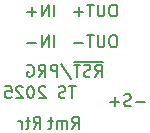
<source format=gbr>
%TF.GenerationSoftware,KiCad,Pcbnew,8.0.6*%
%TF.CreationDate,2025-02-02T00:30:53+01:00*%
%TF.ProjectId,universal_fan_ctrl,756e6976-6572-4736-916c-5f66616e5f63,rev?*%
%TF.SameCoordinates,Original*%
%TF.FileFunction,Legend,Bot*%
%TF.FilePolarity,Positive*%
%FSLAX46Y46*%
G04 Gerber Fmt 4.6, Leading zero omitted, Abs format (unit mm)*
G04 Created by KiCad (PCBNEW 8.0.6) date 2025-02-02 00:30:53*
%MOMM*%
%LPD*%
G01*
G04 APERTURE LIST*
%ADD10C,0.200000*%
%ADD11R,1.700000X1.700000*%
%ADD12O,1.700000X1.700000*%
%ADD13R,1.050000X1.500000*%
%ADD14O,1.050000X1.500000*%
G04 APERTURE END LIST*
D10*
X146642857Y-76352219D02*
X146976190Y-75876028D01*
X147214285Y-76352219D02*
X147214285Y-75352219D01*
X147214285Y-75352219D02*
X146833333Y-75352219D01*
X146833333Y-75352219D02*
X146738095Y-75399838D01*
X146738095Y-75399838D02*
X146690476Y-75447457D01*
X146690476Y-75447457D02*
X146642857Y-75542695D01*
X146642857Y-75542695D02*
X146642857Y-75685552D01*
X146642857Y-75685552D02*
X146690476Y-75780790D01*
X146690476Y-75780790D02*
X146738095Y-75828409D01*
X146738095Y-75828409D02*
X146833333Y-75876028D01*
X146833333Y-75876028D02*
X147214285Y-75876028D01*
X146214285Y-76352219D02*
X146214285Y-75685552D01*
X146214285Y-75780790D02*
X146166666Y-75733171D01*
X146166666Y-75733171D02*
X146071428Y-75685552D01*
X146071428Y-75685552D02*
X145928571Y-75685552D01*
X145928571Y-75685552D02*
X145833333Y-75733171D01*
X145833333Y-75733171D02*
X145785714Y-75828409D01*
X145785714Y-75828409D02*
X145785714Y-76352219D01*
X145785714Y-75828409D02*
X145738095Y-75733171D01*
X145738095Y-75733171D02*
X145642857Y-75685552D01*
X145642857Y-75685552D02*
X145500000Y-75685552D01*
X145500000Y-75685552D02*
X145404761Y-75733171D01*
X145404761Y-75733171D02*
X145357142Y-75828409D01*
X145357142Y-75828409D02*
X145357142Y-76352219D01*
X145023809Y-75685552D02*
X144642857Y-75685552D01*
X144880952Y-75352219D02*
X144880952Y-76209361D01*
X144880952Y-76209361D02*
X144833333Y-76304600D01*
X144833333Y-76304600D02*
X144738095Y-76352219D01*
X144738095Y-76352219D02*
X144642857Y-76352219D01*
X143385714Y-76352219D02*
X143719047Y-75876028D01*
X143957142Y-76352219D02*
X143957142Y-75352219D01*
X143957142Y-75352219D02*
X143576190Y-75352219D01*
X143576190Y-75352219D02*
X143480952Y-75399838D01*
X143480952Y-75399838D02*
X143433333Y-75447457D01*
X143433333Y-75447457D02*
X143385714Y-75542695D01*
X143385714Y-75542695D02*
X143385714Y-75685552D01*
X143385714Y-75685552D02*
X143433333Y-75780790D01*
X143433333Y-75780790D02*
X143480952Y-75828409D01*
X143480952Y-75828409D02*
X143576190Y-75876028D01*
X143576190Y-75876028D02*
X143957142Y-75876028D01*
X143099999Y-75685552D02*
X142719047Y-75685552D01*
X142957142Y-75352219D02*
X142957142Y-76209361D01*
X142957142Y-76209361D02*
X142909523Y-76304600D01*
X142909523Y-76304600D02*
X142814285Y-76352219D01*
X142814285Y-76352219D02*
X142719047Y-76352219D01*
X142385713Y-76352219D02*
X142385713Y-75685552D01*
X142385713Y-75876028D02*
X142338094Y-75780790D01*
X142338094Y-75780790D02*
X142290475Y-75733171D01*
X142290475Y-75733171D02*
X142195237Y-75685552D01*
X142195237Y-75685552D02*
X142099999Y-75685552D01*
X150239850Y-65852219D02*
X150049374Y-65852219D01*
X150049374Y-65852219D02*
X149954136Y-65899838D01*
X149954136Y-65899838D02*
X149858898Y-65995076D01*
X149858898Y-65995076D02*
X149811279Y-66185552D01*
X149811279Y-66185552D02*
X149811279Y-66518885D01*
X149811279Y-66518885D02*
X149858898Y-66709361D01*
X149858898Y-66709361D02*
X149954136Y-66804600D01*
X149954136Y-66804600D02*
X150049374Y-66852219D01*
X150049374Y-66852219D02*
X150239850Y-66852219D01*
X150239850Y-66852219D02*
X150335088Y-66804600D01*
X150335088Y-66804600D02*
X150430326Y-66709361D01*
X150430326Y-66709361D02*
X150477945Y-66518885D01*
X150477945Y-66518885D02*
X150477945Y-66185552D01*
X150477945Y-66185552D02*
X150430326Y-65995076D01*
X150430326Y-65995076D02*
X150335088Y-65899838D01*
X150335088Y-65899838D02*
X150239850Y-65852219D01*
X149382707Y-65852219D02*
X149382707Y-66661742D01*
X149382707Y-66661742D02*
X149335088Y-66756980D01*
X149335088Y-66756980D02*
X149287469Y-66804600D01*
X149287469Y-66804600D02*
X149192231Y-66852219D01*
X149192231Y-66852219D02*
X149001755Y-66852219D01*
X149001755Y-66852219D02*
X148906517Y-66804600D01*
X148906517Y-66804600D02*
X148858898Y-66756980D01*
X148858898Y-66756980D02*
X148811279Y-66661742D01*
X148811279Y-66661742D02*
X148811279Y-65852219D01*
X148477945Y-65852219D02*
X147906517Y-65852219D01*
X148192231Y-66852219D02*
X148192231Y-65852219D01*
X147573183Y-66471266D02*
X146811279Y-66471266D01*
X147192231Y-66852219D02*
X147192231Y-66090314D01*
X152830326Y-74071266D02*
X152068422Y-74071266D01*
X151639850Y-74404600D02*
X151496993Y-74452219D01*
X151496993Y-74452219D02*
X151258898Y-74452219D01*
X151258898Y-74452219D02*
X151163660Y-74404600D01*
X151163660Y-74404600D02*
X151116041Y-74356980D01*
X151116041Y-74356980D02*
X151068422Y-74261742D01*
X151068422Y-74261742D02*
X151068422Y-74166504D01*
X151068422Y-74166504D02*
X151116041Y-74071266D01*
X151116041Y-74071266D02*
X151163660Y-74023647D01*
X151163660Y-74023647D02*
X151258898Y-73976028D01*
X151258898Y-73976028D02*
X151449374Y-73928409D01*
X151449374Y-73928409D02*
X151544612Y-73880790D01*
X151544612Y-73880790D02*
X151592231Y-73833171D01*
X151592231Y-73833171D02*
X151639850Y-73737933D01*
X151639850Y-73737933D02*
X151639850Y-73642695D01*
X151639850Y-73642695D02*
X151592231Y-73547457D01*
X151592231Y-73547457D02*
X151544612Y-73499838D01*
X151544612Y-73499838D02*
X151449374Y-73452219D01*
X151449374Y-73452219D02*
X151211279Y-73452219D01*
X151211279Y-73452219D02*
X151068422Y-73499838D01*
X150639850Y-74071266D02*
X149877946Y-74071266D01*
X150258898Y-74452219D02*
X150258898Y-73690314D01*
X150239850Y-68452219D02*
X150049374Y-68452219D01*
X150049374Y-68452219D02*
X149954136Y-68499838D01*
X149954136Y-68499838D02*
X149858898Y-68595076D01*
X149858898Y-68595076D02*
X149811279Y-68785552D01*
X149811279Y-68785552D02*
X149811279Y-69118885D01*
X149811279Y-69118885D02*
X149858898Y-69309361D01*
X149858898Y-69309361D02*
X149954136Y-69404600D01*
X149954136Y-69404600D02*
X150049374Y-69452219D01*
X150049374Y-69452219D02*
X150239850Y-69452219D01*
X150239850Y-69452219D02*
X150335088Y-69404600D01*
X150335088Y-69404600D02*
X150430326Y-69309361D01*
X150430326Y-69309361D02*
X150477945Y-69118885D01*
X150477945Y-69118885D02*
X150477945Y-68785552D01*
X150477945Y-68785552D02*
X150430326Y-68595076D01*
X150430326Y-68595076D02*
X150335088Y-68499838D01*
X150335088Y-68499838D02*
X150239850Y-68452219D01*
X149382707Y-68452219D02*
X149382707Y-69261742D01*
X149382707Y-69261742D02*
X149335088Y-69356980D01*
X149335088Y-69356980D02*
X149287469Y-69404600D01*
X149287469Y-69404600D02*
X149192231Y-69452219D01*
X149192231Y-69452219D02*
X149001755Y-69452219D01*
X149001755Y-69452219D02*
X148906517Y-69404600D01*
X148906517Y-69404600D02*
X148858898Y-69356980D01*
X148858898Y-69356980D02*
X148811279Y-69261742D01*
X148811279Y-69261742D02*
X148811279Y-68452219D01*
X148477945Y-68452219D02*
X147906517Y-68452219D01*
X148192231Y-69452219D02*
X148192231Y-68452219D01*
X147573183Y-69071266D02*
X146811279Y-69071266D01*
X145155386Y-69452219D02*
X145155386Y-68452219D01*
X144679196Y-69452219D02*
X144679196Y-68452219D01*
X144679196Y-68452219D02*
X144107768Y-69452219D01*
X144107768Y-69452219D02*
X144107768Y-68452219D01*
X143631577Y-69071266D02*
X142869673Y-69071266D01*
X145155386Y-66852219D02*
X145155386Y-65852219D01*
X144679196Y-66852219D02*
X144679196Y-65852219D01*
X144679196Y-65852219D02*
X144107768Y-66852219D01*
X144107768Y-66852219D02*
X144107768Y-65852219D01*
X143631577Y-66471266D02*
X142869673Y-66471266D01*
X143250625Y-66852219D02*
X143250625Y-66090314D01*
X146947618Y-72752219D02*
X146376190Y-72752219D01*
X146661904Y-73752219D02*
X146661904Y-72752219D01*
X146090475Y-73704600D02*
X145947618Y-73752219D01*
X145947618Y-73752219D02*
X145709523Y-73752219D01*
X145709523Y-73752219D02*
X145614285Y-73704600D01*
X145614285Y-73704600D02*
X145566666Y-73656980D01*
X145566666Y-73656980D02*
X145519047Y-73561742D01*
X145519047Y-73561742D02*
X145519047Y-73466504D01*
X145519047Y-73466504D02*
X145566666Y-73371266D01*
X145566666Y-73371266D02*
X145614285Y-73323647D01*
X145614285Y-73323647D02*
X145709523Y-73276028D01*
X145709523Y-73276028D02*
X145899999Y-73228409D01*
X145899999Y-73228409D02*
X145995237Y-73180790D01*
X145995237Y-73180790D02*
X146042856Y-73133171D01*
X146042856Y-73133171D02*
X146090475Y-73037933D01*
X146090475Y-73037933D02*
X146090475Y-72942695D01*
X146090475Y-72942695D02*
X146042856Y-72847457D01*
X146042856Y-72847457D02*
X145995237Y-72799838D01*
X145995237Y-72799838D02*
X145899999Y-72752219D01*
X145899999Y-72752219D02*
X145661904Y-72752219D01*
X145661904Y-72752219D02*
X145519047Y-72799838D01*
X144376189Y-72847457D02*
X144328570Y-72799838D01*
X144328570Y-72799838D02*
X144233332Y-72752219D01*
X144233332Y-72752219D02*
X143995237Y-72752219D01*
X143995237Y-72752219D02*
X143899999Y-72799838D01*
X143899999Y-72799838D02*
X143852380Y-72847457D01*
X143852380Y-72847457D02*
X143804761Y-72942695D01*
X143804761Y-72942695D02*
X143804761Y-73037933D01*
X143804761Y-73037933D02*
X143852380Y-73180790D01*
X143852380Y-73180790D02*
X144423808Y-73752219D01*
X144423808Y-73752219D02*
X143804761Y-73752219D01*
X143185713Y-72752219D02*
X143090475Y-72752219D01*
X143090475Y-72752219D02*
X142995237Y-72799838D01*
X142995237Y-72799838D02*
X142947618Y-72847457D01*
X142947618Y-72847457D02*
X142899999Y-72942695D01*
X142899999Y-72942695D02*
X142852380Y-73133171D01*
X142852380Y-73133171D02*
X142852380Y-73371266D01*
X142852380Y-73371266D02*
X142899999Y-73561742D01*
X142899999Y-73561742D02*
X142947618Y-73656980D01*
X142947618Y-73656980D02*
X142995237Y-73704600D01*
X142995237Y-73704600D02*
X143090475Y-73752219D01*
X143090475Y-73752219D02*
X143185713Y-73752219D01*
X143185713Y-73752219D02*
X143280951Y-73704600D01*
X143280951Y-73704600D02*
X143328570Y-73656980D01*
X143328570Y-73656980D02*
X143376189Y-73561742D01*
X143376189Y-73561742D02*
X143423808Y-73371266D01*
X143423808Y-73371266D02*
X143423808Y-73133171D01*
X143423808Y-73133171D02*
X143376189Y-72942695D01*
X143376189Y-72942695D02*
X143328570Y-72847457D01*
X143328570Y-72847457D02*
X143280951Y-72799838D01*
X143280951Y-72799838D02*
X143185713Y-72752219D01*
X142471427Y-72847457D02*
X142423808Y-72799838D01*
X142423808Y-72799838D02*
X142328570Y-72752219D01*
X142328570Y-72752219D02*
X142090475Y-72752219D01*
X142090475Y-72752219D02*
X141995237Y-72799838D01*
X141995237Y-72799838D02*
X141947618Y-72847457D01*
X141947618Y-72847457D02*
X141899999Y-72942695D01*
X141899999Y-72942695D02*
X141899999Y-73037933D01*
X141899999Y-73037933D02*
X141947618Y-73180790D01*
X141947618Y-73180790D02*
X142519046Y-73752219D01*
X142519046Y-73752219D02*
X141899999Y-73752219D01*
X140995237Y-72752219D02*
X141471427Y-72752219D01*
X141471427Y-72752219D02*
X141519046Y-73228409D01*
X141519046Y-73228409D02*
X141471427Y-73180790D01*
X141471427Y-73180790D02*
X141376189Y-73133171D01*
X141376189Y-73133171D02*
X141138094Y-73133171D01*
X141138094Y-73133171D02*
X141042856Y-73180790D01*
X141042856Y-73180790D02*
X140995237Y-73228409D01*
X140995237Y-73228409D02*
X140947618Y-73323647D01*
X140947618Y-73323647D02*
X140947618Y-73561742D01*
X140947618Y-73561742D02*
X140995237Y-73656980D01*
X140995237Y-73656980D02*
X141042856Y-73704600D01*
X141042856Y-73704600D02*
X141138094Y-73752219D01*
X141138094Y-73752219D02*
X141376189Y-73752219D01*
X141376189Y-73752219D02*
X141471427Y-73704600D01*
X141471427Y-73704600D02*
X141519046Y-73656980D01*
X148583959Y-71952219D02*
X148917292Y-71476028D01*
X149155387Y-71952219D02*
X149155387Y-70952219D01*
X149155387Y-70952219D02*
X148774435Y-70952219D01*
X148774435Y-70952219D02*
X148679197Y-70999838D01*
X148679197Y-70999838D02*
X148631578Y-71047457D01*
X148631578Y-71047457D02*
X148583959Y-71142695D01*
X148583959Y-71142695D02*
X148583959Y-71285552D01*
X148583959Y-71285552D02*
X148631578Y-71380790D01*
X148631578Y-71380790D02*
X148679197Y-71428409D01*
X148679197Y-71428409D02*
X148774435Y-71476028D01*
X148774435Y-71476028D02*
X149155387Y-71476028D01*
X148203006Y-71904600D02*
X148060149Y-71952219D01*
X148060149Y-71952219D02*
X147822054Y-71952219D01*
X147822054Y-71952219D02*
X147726816Y-71904600D01*
X147726816Y-71904600D02*
X147679197Y-71856980D01*
X147679197Y-71856980D02*
X147631578Y-71761742D01*
X147631578Y-71761742D02*
X147631578Y-71666504D01*
X147631578Y-71666504D02*
X147679197Y-71571266D01*
X147679197Y-71571266D02*
X147726816Y-71523647D01*
X147726816Y-71523647D02*
X147822054Y-71476028D01*
X147822054Y-71476028D02*
X148012530Y-71428409D01*
X148012530Y-71428409D02*
X148107768Y-71380790D01*
X148107768Y-71380790D02*
X148155387Y-71333171D01*
X148155387Y-71333171D02*
X148203006Y-71237933D01*
X148203006Y-71237933D02*
X148203006Y-71142695D01*
X148203006Y-71142695D02*
X148155387Y-71047457D01*
X148155387Y-71047457D02*
X148107768Y-70999838D01*
X148107768Y-70999838D02*
X148012530Y-70952219D01*
X148012530Y-70952219D02*
X147774435Y-70952219D01*
X147774435Y-70952219D02*
X147631578Y-70999838D01*
X147345863Y-70952219D02*
X146774435Y-70952219D01*
X147060149Y-71952219D02*
X147060149Y-70952219D01*
X149293483Y-70674600D02*
X146779197Y-70674600D01*
X145726816Y-70904600D02*
X146583958Y-72190314D01*
X145393482Y-71952219D02*
X145393482Y-70952219D01*
X145393482Y-70952219D02*
X145012530Y-70952219D01*
X145012530Y-70952219D02*
X144917292Y-70999838D01*
X144917292Y-70999838D02*
X144869673Y-71047457D01*
X144869673Y-71047457D02*
X144822054Y-71142695D01*
X144822054Y-71142695D02*
X144822054Y-71285552D01*
X144822054Y-71285552D02*
X144869673Y-71380790D01*
X144869673Y-71380790D02*
X144917292Y-71428409D01*
X144917292Y-71428409D02*
X145012530Y-71476028D01*
X145012530Y-71476028D02*
X145393482Y-71476028D01*
X143822054Y-71952219D02*
X144155387Y-71476028D01*
X144393482Y-71952219D02*
X144393482Y-70952219D01*
X144393482Y-70952219D02*
X144012530Y-70952219D01*
X144012530Y-70952219D02*
X143917292Y-70999838D01*
X143917292Y-70999838D02*
X143869673Y-71047457D01*
X143869673Y-71047457D02*
X143822054Y-71142695D01*
X143822054Y-71142695D02*
X143822054Y-71285552D01*
X143822054Y-71285552D02*
X143869673Y-71380790D01*
X143869673Y-71380790D02*
X143917292Y-71428409D01*
X143917292Y-71428409D02*
X144012530Y-71476028D01*
X144012530Y-71476028D02*
X144393482Y-71476028D01*
X142869673Y-70999838D02*
X142964911Y-70952219D01*
X142964911Y-70952219D02*
X143107768Y-70952219D01*
X143107768Y-70952219D02*
X143250625Y-70999838D01*
X143250625Y-70999838D02*
X143345863Y-71095076D01*
X143345863Y-71095076D02*
X143393482Y-71190314D01*
X143393482Y-71190314D02*
X143441101Y-71380790D01*
X143441101Y-71380790D02*
X143441101Y-71523647D01*
X143441101Y-71523647D02*
X143393482Y-71714123D01*
X143393482Y-71714123D02*
X143345863Y-71809361D01*
X143345863Y-71809361D02*
X143250625Y-71904600D01*
X143250625Y-71904600D02*
X143107768Y-71952219D01*
X143107768Y-71952219D02*
X143012530Y-71952219D01*
X143012530Y-71952219D02*
X142869673Y-71904600D01*
X142869673Y-71904600D02*
X142822054Y-71856980D01*
X142822054Y-71856980D02*
X142822054Y-71523647D01*
X142822054Y-71523647D02*
X143012530Y-71523647D01*
%LPC*%
D11*
%TO.C,J1*%
X141400000Y-66400000D03*
D12*
X141400000Y-68940000D03*
X141400000Y-71479999D03*
%TD*%
D13*
%TO.C,U3*%
X152670001Y-75540001D03*
D14*
X151400000Y-75540001D03*
X150130001Y-75540001D03*
%TD*%
D11*
%TO.C,J2*%
X151800000Y-66400000D03*
D12*
X151800000Y-68940000D03*
%TD*%
%LPD*%
M02*

</source>
